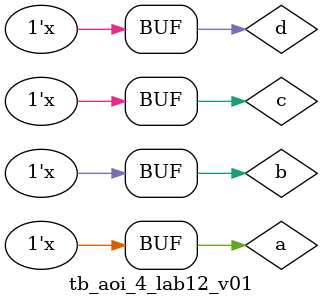
<source format=v>
`timescale 1ns / 1ps

module tb_aoi_4_lab12_v01;

    // Inputs
    reg a;
    reg b;
    reg c;
    reg d;

    // Output
    wire aoi_out;

    // Instantiate the Unit Under Test (UUT)
    aoi_gate uut (
        .a(a), 
        .b(b), 
        .c(c), 
        .d(d), 
        .aoi_out(aoi_out)
    );

    // Clock generation for inputs a, b, c, and d
    initial begin
        a = 0;
        b = 0;
        c = 0;
        d = 0;
    end
    
    always #80 a = ~a;  // toggle 'a' every 80 time units
    always #40 b = ~b;  // toggle 'b' every 40 time units
    always #20 c = ~c;  // toggle 'c' every 20 time units
    always #10 d = ~d;  // toggle 'd' every 10 time units

endmodule
</source>
